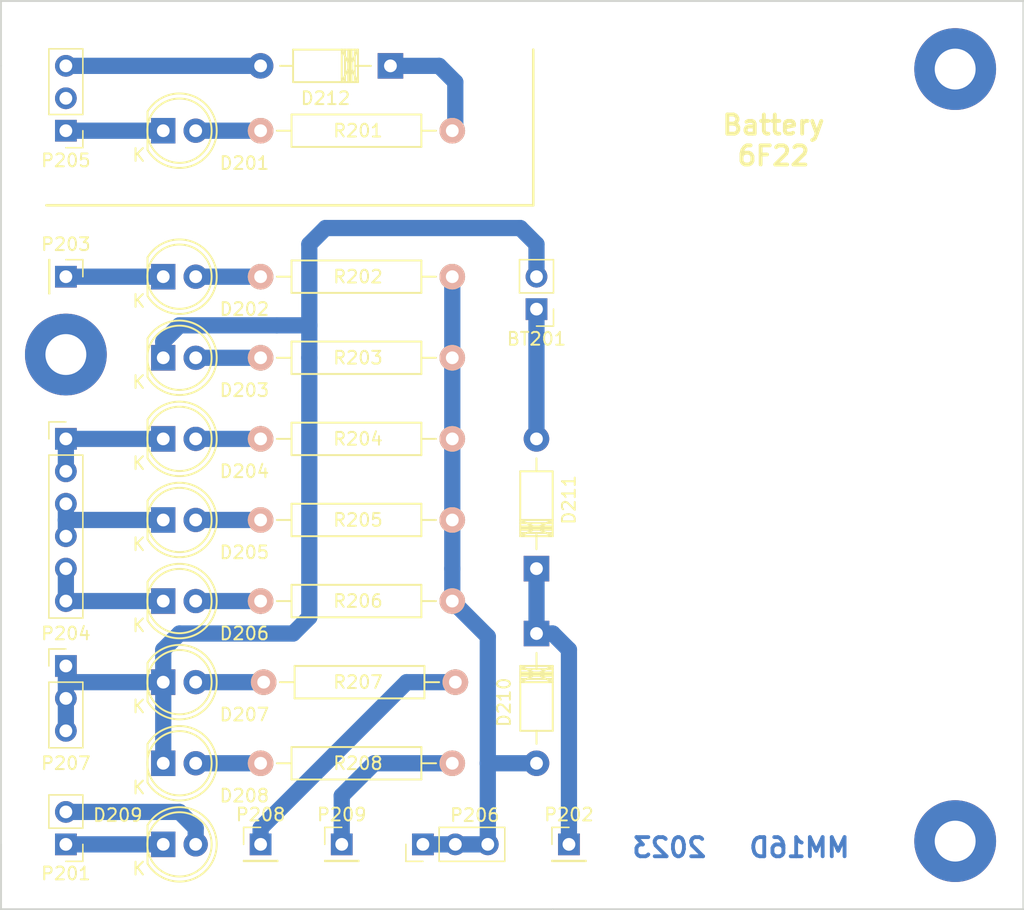
<source format=kicad_pcb>
(kicad_pcb (version 20171130) (host pcbnew 5.1.9+dfsg1-1+deb11u1)

  (general
    (thickness 1.6)
    (drawings 11)
    (tracks 66)
    (zones 0)
    (modules 33)
    (nets 25)
  )

  (page A4)
  (title_block
    (title "MM16D Grow house control device")
    (date 2023-10-22)
    (rev 231022)
    (company "Pozsar Zsolt - http://www.pozsarzs.hu")
    (comment 1 "Display board")
  )

  (layers
    (0 F.Cu signal)
    (31 B.Cu signal)
    (32 B.Adhes user hide)
    (33 F.Adhes user hide)
    (34 B.Paste user hide)
    (35 F.Paste user hide)
    (36 B.SilkS user hide)
    (37 F.SilkS user)
    (38 B.Mask user hide)
    (39 F.Mask user hide)
    (40 Dwgs.User user hide)
    (41 Cmts.User user hide)
    (42 Eco1.User user hide)
    (43 Eco2.User user hide)
    (44 Edge.Cuts user)
    (45 Margin user hide)
    (46 B.CrtYd user hide)
    (47 F.CrtYd user hide)
    (48 B.Fab user hide)
    (49 F.Fab user hide)
  )

  (setup
    (last_trace_width 0.25)
    (user_trace_width 1.27)
    (trace_clearance 0.2)
    (zone_clearance 0.508)
    (zone_45_only no)
    (trace_min 0.2)
    (via_size 0.6)
    (via_drill 0.4)
    (via_min_size 0.4)
    (via_min_drill 0.3)
    (uvia_size 0.3)
    (uvia_drill 0.1)
    (uvias_allowed no)
    (uvia_min_size 0.2)
    (uvia_min_drill 0.1)
    (edge_width 0.15)
    (segment_width 0.2)
    (pcb_text_width 0.3)
    (pcb_text_size 1.5 1.5)
    (mod_edge_width 0.15)
    (mod_text_size 0.000001 0.000001)
    (mod_text_width 0.15)
    (pad_size 1.99898 1.99898)
    (pad_drill 1.00076)
    (pad_to_mask_clearance 0.2)
    (aux_axis_origin 0 0)
    (visible_elements 7FFFFFFF)
    (pcbplotparams
      (layerselection 0x01060_fffffffe)
      (usegerberextensions false)
      (usegerberattributes true)
      (usegerberadvancedattributes true)
      (creategerberjobfile true)
      (excludeedgelayer false)
      (linewidth 0.100000)
      (plotframeref false)
      (viasonmask false)
      (mode 1)
      (useauxorigin false)
      (hpglpennumber 1)
      (hpglpenspeed 20)
      (hpglpendiameter 15.000000)
      (psnegative false)
      (psa4output false)
      (plotreference true)
      (plotvalue false)
      (plotinvisibletext false)
      (padsonsilk false)
      (subtractmaskfromsilk false)
      (outputformat 1)
      (mirror false)
      (drillshape 0)
      (scaleselection 1)
      (outputdirectory ""))
  )

  (net 0 "")
  (net 1 "Net-(BT201-Pad1)")
  (net 2 "Net-(BT201-Pad2)")
  (net 3 "Net-(D201-Pad1)")
  (net 4 "Net-(D201-Pad2)")
  (net 5 "Net-(D202-Pad1)")
  (net 6 "Net-(D202-Pad2)")
  (net 7 "Net-(D203-Pad2)")
  (net 8 "Net-(D204-Pad1)")
  (net 9 "Net-(D204-Pad2)")
  (net 10 "Net-(D205-Pad1)")
  (net 11 "Net-(D205-Pad2)")
  (net 12 "Net-(D206-Pad1)")
  (net 13 "Net-(D206-Pad2)")
  (net 14 "Net-(D207-Pad2)")
  (net 15 "Net-(D208-Pad2)")
  (net 16 "Net-(D209-Pad1)")
  (net 17 "Net-(D209-Pad2)")
  (net 18 /+12V)
  (net 19 "Net-(D210-Pad1)")
  (net 20 "Net-(D212-Pad2)")
  (net 21 "Net-(D212-Pad1)")
  (net 22 "Net-(P208-Pad1)")
  (net 23 "Net-(P209-Pad1)")
  (net 24 "Net-(P205-Pad2)")

  (net_class Default "This is the default net class."
    (clearance 0.2)
    (trace_width 0.25)
    (via_dia 0.6)
    (via_drill 0.4)
    (uvia_dia 0.3)
    (uvia_drill 0.1)
    (add_net /+12V)
    (add_net "Net-(BT201-Pad1)")
    (add_net "Net-(BT201-Pad2)")
    (add_net "Net-(D201-Pad1)")
    (add_net "Net-(D201-Pad2)")
    (add_net "Net-(D202-Pad1)")
    (add_net "Net-(D202-Pad2)")
    (add_net "Net-(D203-Pad2)")
    (add_net "Net-(D204-Pad1)")
    (add_net "Net-(D204-Pad2)")
    (add_net "Net-(D205-Pad1)")
    (add_net "Net-(D205-Pad2)")
    (add_net "Net-(D206-Pad1)")
    (add_net "Net-(D206-Pad2)")
    (add_net "Net-(D207-Pad2)")
    (add_net "Net-(D208-Pad2)")
    (add_net "Net-(D209-Pad1)")
    (add_net "Net-(D209-Pad2)")
    (add_net "Net-(D210-Pad1)")
    (add_net "Net-(D212-Pad1)")
    (add_net "Net-(D212-Pad2)")
    (add_net "Net-(P205-Pad2)")
    (add_net "Net-(P208-Pad1)")
    (add_net "Net-(P209-Pad1)")
  )

  (module Mounting_Holes:MountingHole_3.2mm_M3_Pad (layer F.Cu) (tedit 5F96DD4E) (tstamp 5F9703F6)
    (at 179.832 63.5)
    (descr "Mounting Hole 3.2mm, M3")
    (tags "mounting hole 3.2mm m3")
    (fp_text reference REF** (at 0 -4.2) (layer F.SilkS) hide
      (effects (font (size 1 1) (thickness 0.15)))
    )
    (fp_text value MountingHole_3.2mm_M3_Pad (at -14.224 -4.064) (layer F.Fab) hide
      (effects (font (size 1 1) (thickness 0.15)))
    )
    (fp_circle (center 0 0) (end 3.45 0) (layer F.CrtYd) (width 0.05))
    (fp_circle (center 0 0) (end 3.2 0) (layer Cmts.User) (width 0.15))
    (pad 1 thru_hole circle (at 0 0) (size 6.4 6.4) (drill 3.2) (layers *.Cu *.Mask))
  )

  (module LEDs:LED-5MM (layer F.Cu) (tedit 5F969E15) (tstamp 5F9697D7)
    (at 117.856 68.326)
    (descr "LED 5mm round vertical")
    (tags "LED 5mm round vertical")
    (path /5F1AF03C)
    (fp_text reference D201 (at 6.35 2.54) (layer F.SilkS)
      (effects (font (size 1 1) (thickness 0.15)))
    )
    (fp_text value white (at 1.524 -3.937) (layer F.Fab) hide
      (effects (font (size 1 1) (thickness 0.15)))
    )
    (fp_circle (center 1.27 0) (end 0.97 -2.5) (layer F.SilkS) (width 0.15))
    (fp_line (start -1.23 1.5) (end -1.23 -1.5) (layer F.SilkS) (width 0.15))
    (fp_line (start -1.5 -1.55) (end -1.5 1.55) (layer F.CrtYd) (width 0.05))
    (fp_arc (start 1.3 0) (end -1.5 1.55) (angle -302) (layer F.CrtYd) (width 0.05))
    (fp_arc (start 1.27 0) (end -1.23 -1.5) (angle 297.5) (layer F.SilkS) (width 0.15))
    (fp_text user K (at -1.905 1.905) (layer F.SilkS)
      (effects (font (size 1 1) (thickness 0.15)))
    )
    (pad 1 thru_hole rect (at 0 0 90) (size 2 1.9) (drill 1.00076) (layers *.Cu *.Mask)
      (net 3 "Net-(D201-Pad1)"))
    (pad 2 thru_hole circle (at 2.54 0) (size 1.9 1.9) (drill 1.00076) (layers *.Cu *.Mask)
      (net 4 "Net-(D201-Pad2)"))
    (model LEDs.3dshapes/LED-5MM.wrl
      (offset (xyz 1.269999980926514 0 0))
      (scale (xyz 1 1 1))
      (rotate (xyz 0 0 90))
    )
  )

  (module LEDs:LED-5MM (layer F.Cu) (tedit 5F969E00) (tstamp 5F9697DD)
    (at 117.856 79.756)
    (descr "LED 5mm round vertical")
    (tags "LED 5mm round vertical")
    (path /5F7F615E)
    (fp_text reference D202 (at 6.35 2.54) (layer F.SilkS)
      (effects (font (size 1 1) (thickness 0.15)))
    )
    (fp_text value red (at 1.524 -3.937) (layer F.Fab) hide
      (effects (font (size 1 1) (thickness 0.15)))
    )
    (fp_circle (center 1.27 0) (end 0.97 -2.5) (layer F.SilkS) (width 0.15))
    (fp_line (start -1.23 1.5) (end -1.23 -1.5) (layer F.SilkS) (width 0.15))
    (fp_line (start -1.5 -1.55) (end -1.5 1.55) (layer F.CrtYd) (width 0.05))
    (fp_arc (start 1.3 0) (end -1.5 1.55) (angle -302) (layer F.CrtYd) (width 0.05))
    (fp_arc (start 1.27 0) (end -1.23 -1.5) (angle 297.5) (layer F.SilkS) (width 0.15))
    (fp_text user K (at -1.905 1.905) (layer F.SilkS)
      (effects (font (size 1 1) (thickness 0.15)))
    )
    (pad 1 thru_hole rect (at 0 0 90) (size 2 1.9) (drill 1.00076) (layers *.Cu *.Mask)
      (net 5 "Net-(D202-Pad1)"))
    (pad 2 thru_hole circle (at 2.54 0) (size 1.9 1.9) (drill 1.00076) (layers *.Cu *.Mask)
      (net 6 "Net-(D202-Pad2)"))
    (model LEDs.3dshapes/LED-5MM.wrl
      (offset (xyz 1.269999980926514 0 0))
      (scale (xyz 1 1 1))
      (rotate (xyz 0 0 90))
    )
  )

  (module LEDs:LED-5MM (layer F.Cu) (tedit 5F969E06) (tstamp 5F9697E3)
    (at 117.856 86.106)
    (descr "LED 5mm round vertical")
    (tags "LED 5mm round vertical")
    (path /5F1C1910)
    (fp_text reference D203 (at 6.35 2.54) (layer F.SilkS)
      (effects (font (size 1 1) (thickness 0.15)))
    )
    (fp_text value white (at 1.524 -3.937) (layer F.Fab) hide
      (effects (font (size 1 1) (thickness 0.15)))
    )
    (fp_circle (center 1.27 0) (end 0.97 -2.5) (layer F.SilkS) (width 0.15))
    (fp_line (start -1.23 1.5) (end -1.23 -1.5) (layer F.SilkS) (width 0.15))
    (fp_line (start -1.5 -1.55) (end -1.5 1.55) (layer F.CrtYd) (width 0.05))
    (fp_arc (start 1.3 0) (end -1.5 1.55) (angle -302) (layer F.CrtYd) (width 0.05))
    (fp_arc (start 1.27 0) (end -1.23 -1.5) (angle 297.5) (layer F.SilkS) (width 0.15))
    (fp_text user K (at -1.905 1.905) (layer F.SilkS)
      (effects (font (size 1 1) (thickness 0.15)))
    )
    (pad 1 thru_hole rect (at 0 0 90) (size 2 1.9) (drill 1.00076) (layers *.Cu *.Mask)
      (net 2 "Net-(BT201-Pad2)"))
    (pad 2 thru_hole circle (at 2.54 0) (size 1.9 1.9) (drill 1.00076) (layers *.Cu *.Mask)
      (net 7 "Net-(D203-Pad2)"))
    (model LEDs.3dshapes/LED-5MM.wrl
      (offset (xyz 1.269999980926514 0 0))
      (scale (xyz 1 1 1))
      (rotate (xyz 0 0 90))
    )
  )

  (module LEDs:LED-5MM (layer F.Cu) (tedit 5F969E0B) (tstamp 5F9697E9)
    (at 117.856 92.456)
    (descr "LED 5mm round vertical")
    (tags "LED 5mm round vertical")
    (path /5F7E9D43)
    (fp_text reference D204 (at 6.35 2.54) (layer F.SilkS)
      (effects (font (size 1 1) (thickness 0.15)))
    )
    (fp_text value green (at 1.524 -3.937) (layer F.Fab) hide
      (effects (font (size 1 1) (thickness 0.15)))
    )
    (fp_circle (center 1.27 0) (end 0.97 -2.5) (layer F.SilkS) (width 0.15))
    (fp_line (start -1.23 1.5) (end -1.23 -1.5) (layer F.SilkS) (width 0.15))
    (fp_line (start -1.5 -1.55) (end -1.5 1.55) (layer F.CrtYd) (width 0.05))
    (fp_arc (start 1.3 0) (end -1.5 1.55) (angle -302) (layer F.CrtYd) (width 0.05))
    (fp_arc (start 1.27 0) (end -1.23 -1.5) (angle 297.5) (layer F.SilkS) (width 0.15))
    (fp_text user K (at -1.905 1.905) (layer F.SilkS)
      (effects (font (size 1 1) (thickness 0.15)))
    )
    (pad 1 thru_hole rect (at 0 0 90) (size 2 1.9) (drill 1.00076) (layers *.Cu *.Mask)
      (net 8 "Net-(D204-Pad1)"))
    (pad 2 thru_hole circle (at 2.54 0) (size 1.9 1.9) (drill 1.00076) (layers *.Cu *.Mask)
      (net 9 "Net-(D204-Pad2)"))
    (model LEDs.3dshapes/LED-5MM.wrl
      (offset (xyz 1.269999980926514 0 0))
      (scale (xyz 1 1 1))
      (rotate (xyz 0 0 90))
    )
  )

  (module LEDs:LED-5MM (layer F.Cu) (tedit 5F969E42) (tstamp 5F9697EF)
    (at 117.856 98.806)
    (descr "LED 5mm round vertical")
    (tags "LED 5mm round vertical")
    (path /5F7E9BE9)
    (fp_text reference D205 (at 6.35 2.54) (layer F.SilkS)
      (effects (font (size 1 1) (thickness 0.15)))
    )
    (fp_text value green (at 1.524 -3.937) (layer F.Fab) hide
      (effects (font (size 1 1) (thickness 0.15)))
    )
    (fp_circle (center 1.27 0) (end 0.97 -2.5) (layer F.SilkS) (width 0.15))
    (fp_line (start -1.23 1.5) (end -1.23 -1.5) (layer F.SilkS) (width 0.15))
    (fp_line (start -1.5 -1.55) (end -1.5 1.55) (layer F.CrtYd) (width 0.05))
    (fp_arc (start 1.3 0) (end -1.5 1.55) (angle -302) (layer F.CrtYd) (width 0.05))
    (fp_arc (start 1.27 0) (end -1.23 -1.5) (angle 297.5) (layer F.SilkS) (width 0.15))
    (fp_text user K (at -1.905 1.905) (layer F.SilkS)
      (effects (font (size 1 1) (thickness 0.15)))
    )
    (pad 1 thru_hole rect (at 0 0 90) (size 2 1.9) (drill 1.00076) (layers *.Cu *.Mask)
      (net 10 "Net-(D205-Pad1)"))
    (pad 2 thru_hole circle (at 2.54 0) (size 1.9 1.9) (drill 1.00076) (layers *.Cu *.Mask)
      (net 11 "Net-(D205-Pad2)"))
    (model LEDs.3dshapes/LED-5MM.wrl
      (offset (xyz 1.269999980926514 0 0))
      (scale (xyz 1 1 1))
      (rotate (xyz 0 0 90))
    )
  )

  (module LEDs:LED-5MM (layer F.Cu) (tedit 5F969E46) (tstamp 5F9697F5)
    (at 117.856 105.156)
    (descr "LED 5mm round vertical")
    (tags "LED 5mm round vertical")
    (path /5F7E9A8F)
    (fp_text reference D206 (at 6.35 2.54) (layer F.SilkS)
      (effects (font (size 1 1) (thickness 0.15)))
    )
    (fp_text value green (at 1.524 -3.937) (layer F.Fab) hide
      (effects (font (size 1 1) (thickness 0.15)))
    )
    (fp_circle (center 1.27 0) (end 0.97 -2.5) (layer F.SilkS) (width 0.15))
    (fp_line (start -1.23 1.5) (end -1.23 -1.5) (layer F.SilkS) (width 0.15))
    (fp_line (start -1.5 -1.55) (end -1.5 1.55) (layer F.CrtYd) (width 0.05))
    (fp_arc (start 1.3 0) (end -1.5 1.55) (angle -302) (layer F.CrtYd) (width 0.05))
    (fp_arc (start 1.27 0) (end -1.23 -1.5) (angle 297.5) (layer F.SilkS) (width 0.15))
    (fp_text user K (at -1.905 1.905) (layer F.SilkS)
      (effects (font (size 1 1) (thickness 0.15)))
    )
    (pad 1 thru_hole rect (at 0 0 90) (size 2 1.9) (drill 1.00076) (layers *.Cu *.Mask)
      (net 12 "Net-(D206-Pad1)"))
    (pad 2 thru_hole circle (at 2.54 0) (size 1.9 1.9) (drill 1.00076) (layers *.Cu *.Mask)
      (net 13 "Net-(D206-Pad2)"))
    (model LEDs.3dshapes/LED-5MM.wrl
      (offset (xyz 1.269999980926514 0 0))
      (scale (xyz 1 1 1))
      (rotate (xyz 0 0 90))
    )
  )

  (module LEDs:LED-5MM (layer F.Cu) (tedit 5F969E4E) (tstamp 5F9697FB)
    (at 117.856 111.506)
    (descr "LED 5mm round vertical")
    (tags "LED 5mm round vertical")
    (path /5F1BBBBC)
    (fp_text reference D207 (at 6.35 2.54) (layer F.SilkS)
      (effects (font (size 1 1) (thickness 0.15)))
    )
    (fp_text value red (at 1.524 -3.937) (layer F.Fab) hide
      (effects (font (size 1 1) (thickness 0.15)))
    )
    (fp_circle (center 1.27 0) (end 0.97 -2.5) (layer F.SilkS) (width 0.15))
    (fp_line (start -1.23 1.5) (end -1.23 -1.5) (layer F.SilkS) (width 0.15))
    (fp_line (start -1.5 -1.55) (end -1.5 1.55) (layer F.CrtYd) (width 0.05))
    (fp_arc (start 1.3 0) (end -1.5 1.55) (angle -302) (layer F.CrtYd) (width 0.05))
    (fp_arc (start 1.27 0) (end -1.23 -1.5) (angle 297.5) (layer F.SilkS) (width 0.15))
    (fp_text user K (at -1.905 1.905) (layer F.SilkS)
      (effects (font (size 1 1) (thickness 0.15)))
    )
    (pad 1 thru_hole rect (at 0 0 90) (size 2 1.9) (drill 1.00076) (layers *.Cu *.Mask)
      (net 2 "Net-(BT201-Pad2)"))
    (pad 2 thru_hole circle (at 2.54 0) (size 1.9 1.9) (drill 1.00076) (layers *.Cu *.Mask)
      (net 14 "Net-(D207-Pad2)"))
    (model LEDs.3dshapes/LED-5MM.wrl
      (offset (xyz 1.269999980926514 0 0))
      (scale (xyz 1 1 1))
      (rotate (xyz 0 0 90))
    )
  )

  (module LEDs:LED-5MM (layer F.Cu) (tedit 5F969E52) (tstamp 5F969801)
    (at 117.856 117.856)
    (descr "LED 5mm round vertical")
    (tags "LED 5mm round vertical")
    (path /5F1C6BFD)
    (fp_text reference D208 (at 6.35 2.54) (layer F.SilkS)
      (effects (font (size 1 1) (thickness 0.15)))
    )
    (fp_text value yellow (at 1.524 -3.937) (layer F.Fab) hide
      (effects (font (size 1 1) (thickness 0.15)))
    )
    (fp_circle (center 1.27 0) (end 0.97 -2.5) (layer F.SilkS) (width 0.15))
    (fp_line (start -1.23 1.5) (end -1.23 -1.5) (layer F.SilkS) (width 0.15))
    (fp_line (start -1.5 -1.55) (end -1.5 1.55) (layer F.CrtYd) (width 0.05))
    (fp_arc (start 1.3 0) (end -1.5 1.55) (angle -302) (layer F.CrtYd) (width 0.05))
    (fp_arc (start 1.27 0) (end -1.23 -1.5) (angle 297.5) (layer F.SilkS) (width 0.15))
    (fp_text user K (at -1.905 1.905) (layer F.SilkS)
      (effects (font (size 1 1) (thickness 0.15)))
    )
    (pad 1 thru_hole rect (at 0 0 90) (size 2 1.9) (drill 1.00076) (layers *.Cu *.Mask)
      (net 2 "Net-(BT201-Pad2)"))
    (pad 2 thru_hole circle (at 2.54 0) (size 1.9 1.9) (drill 1.00076) (layers *.Cu *.Mask)
      (net 15 "Net-(D208-Pad2)"))
    (model LEDs.3dshapes/LED-5MM.wrl
      (offset (xyz 1.269999980926514 0 0))
      (scale (xyz 1 1 1))
      (rotate (xyz 0 0 90))
    )
  )

  (module LEDs:LED-5MM (layer F.Cu) (tedit 5F96B162) (tstamp 5F969807)
    (at 117.856 124.206)
    (descr "LED 5mm round vertical")
    (tags "LED 5mm round vertical")
    (path /5F81AC4E)
    (fp_text reference D209 (at -3.556 -2.286) (layer F.SilkS)
      (effects (font (size 1 1) (thickness 0.15)))
    )
    (fp_text value blue (at 1.524 -3.937) (layer F.Fab) hide
      (effects (font (size 1 1) (thickness 0.15)))
    )
    (fp_circle (center 1.27 0) (end 0.97 -2.5) (layer F.SilkS) (width 0.15))
    (fp_line (start -1.23 1.5) (end -1.23 -1.5) (layer F.SilkS) (width 0.15))
    (fp_line (start -1.5 -1.55) (end -1.5 1.55) (layer F.CrtYd) (width 0.05))
    (fp_arc (start 1.3 0) (end -1.5 1.55) (angle -302) (layer F.CrtYd) (width 0.05))
    (fp_arc (start 1.27 0) (end -1.23 -1.5) (angle 297.5) (layer F.SilkS) (width 0.15))
    (fp_text user K (at -1.905 1.905) (layer F.SilkS)
      (effects (font (size 1 1) (thickness 0.15)))
    )
    (pad 1 thru_hole rect (at 0 0 90) (size 2 1.9) (drill 1.00076) (layers *.Cu *.Mask)
      (net 16 "Net-(D209-Pad1)"))
    (pad 2 thru_hole circle (at 2.54 0) (size 1.9 1.9) (drill 1.00076) (layers *.Cu *.Mask)
      (net 17 "Net-(D209-Pad2)"))
    (model LEDs.3dshapes/LED-5MM.wrl
      (offset (xyz 1.269999980926514 0 0))
      (scale (xyz 1 1 1))
      (rotate (xyz 0 0 90))
    )
  )

  (module Diodes_THT:Diode_DO-41_SOD81_Horizontal_RM10 (layer F.Cu) (tedit 5F96BAF7) (tstamp 5F96980D)
    (at 147.066 107.696 270)
    (descr "Diode, DO-41, SOD81, Horizontal, RM 10mm,")
    (tags "Diode, DO-41, SOD81, Horizontal, RM 10mm, 1N4007, SB140,")
    (path /5F1CC812)
    (fp_text reference D210 (at 5.38734 2.53746 270) (layer F.SilkS)
      (effects (font (size 1 1) (thickness 0.15)))
    )
    (fp_text value 1N4001 (at 5.08 -2.286 270) (layer F.Fab) hide
      (effects (font (size 1 1) (thickness 0.15)))
    )
    (fp_line (start 7.62 1.26746) (end 2.54 1.26746) (layer F.SilkS) (width 0.15))
    (fp_line (start 7.62 -1.27254) (end 7.62 1.26746) (layer F.SilkS) (width 0.15))
    (fp_line (start 2.54 -1.27254) (end 7.62 -1.27254) (layer F.SilkS) (width 0.15))
    (fp_line (start 2.54 1.26746) (end 2.54 -1.27254) (layer F.SilkS) (width 0.15))
    (fp_line (start 3.175 -1.27254) (end 3.175 1.26746) (layer F.SilkS) (width 0.15))
    (fp_line (start 3.81 -1.27254) (end 3.81 1.26746) (layer F.SilkS) (width 0.15))
    (fp_line (start 2.54 -1.27254) (end 3.81 1.26746) (layer F.SilkS) (width 0.15))
    (fp_line (start 3.81 -1.27254) (end 2.54 1.26746) (layer F.SilkS) (width 0.15))
    (fp_line (start 2.794 -1.27254) (end 2.794 1.26746) (layer F.SilkS) (width 0.15))
    (fp_line (start 3.556 -1.27254) (end 3.556 1.26746) (layer F.SilkS) (width 0.15))
    (fp_line (start 3.302 -1.27254) (end 3.302 1.26746) (layer F.SilkS) (width 0.15))
    (fp_line (start 3.048 -1.27254) (end 3.048 1.26746) (layer F.SilkS) (width 0.15))
    (fp_line (start 2.794 -0.00254) (end 1.524 -0.00254) (layer F.SilkS) (width 0.15))
    (fp_line (start 7.62 -0.00254) (end 8.636 -0.00254) (layer F.SilkS) (width 0.15))
    (pad 2 thru_hole circle (at 10.16 -0.00254 90) (size 1.99898 1.99898) (drill 1.00076) (layers *.Cu *.Mask)
      (net 18 /+12V))
    (pad 1 thru_hole rect (at 0 -0.00254 90) (size 1.99898 1.99898) (drill 1.00076) (layers *.Cu *.Mask)
      (net 19 "Net-(D210-Pad1)"))
  )

  (module Diodes_THT:Diode_DO-41_SOD81_Horizontal_RM10 (layer F.Cu) (tedit 5F96BBB0) (tstamp 5F969813)
    (at 147.066 102.616 90)
    (descr "Diode, DO-41, SOD81, Horizontal, RM 10mm,")
    (tags "Diode, DO-41, SOD81, Horizontal, RM 10mm, 1N4007, SB140,")
    (path /5F1CC947)
    (fp_text reference D211 (at 5.38734 2.53746 90) (layer F.SilkS)
      (effects (font (size 1 1) (thickness 0.15)))
    )
    (fp_text value 1N4001 (at 5.588 -2.286 90) (layer F.Fab) hide
      (effects (font (size 1 1) (thickness 0.15)))
    )
    (fp_line (start 7.62 1.26746) (end 2.54 1.26746) (layer F.SilkS) (width 0.15))
    (fp_line (start 7.62 -1.27254) (end 7.62 1.26746) (layer F.SilkS) (width 0.15))
    (fp_line (start 2.54 -1.27254) (end 7.62 -1.27254) (layer F.SilkS) (width 0.15))
    (fp_line (start 2.54 1.26746) (end 2.54 -1.27254) (layer F.SilkS) (width 0.15))
    (fp_line (start 3.175 -1.27254) (end 3.175 1.26746) (layer F.SilkS) (width 0.15))
    (fp_line (start 3.81 -1.27254) (end 3.81 1.26746) (layer F.SilkS) (width 0.15))
    (fp_line (start 2.54 -1.27254) (end 3.81 1.26746) (layer F.SilkS) (width 0.15))
    (fp_line (start 3.81 -1.27254) (end 2.54 1.26746) (layer F.SilkS) (width 0.15))
    (fp_line (start 2.794 -1.27254) (end 2.794 1.26746) (layer F.SilkS) (width 0.15))
    (fp_line (start 3.556 -1.27254) (end 3.556 1.26746) (layer F.SilkS) (width 0.15))
    (fp_line (start 3.302 -1.27254) (end 3.302 1.26746) (layer F.SilkS) (width 0.15))
    (fp_line (start 3.048 -1.27254) (end 3.048 1.26746) (layer F.SilkS) (width 0.15))
    (fp_line (start 2.794 -0.00254) (end 1.524 -0.00254) (layer F.SilkS) (width 0.15))
    (fp_line (start 7.62 -0.00254) (end 8.636 -0.00254) (layer F.SilkS) (width 0.15))
    (pad 2 thru_hole circle (at 10.16 -0.00254 270) (size 1.99898 1.99898) (drill 1.00076) (layers *.Cu *.Mask)
      (net 1 "Net-(BT201-Pad1)"))
    (pad 1 thru_hole rect (at 0 -0.00254 270) (size 1.99898 1.99898) (drill 1.00076) (layers *.Cu *.Mask)
      (net 19 "Net-(D210-Pad1)"))
  )

  (module Diodes_THT:Diode_DO-41_SOD81_Horizontal_RM10 (layer F.Cu) (tedit 5F96BBA8) (tstamp 5F969819)
    (at 135.636 63.246 180)
    (descr "Diode, DO-41, SOD81, Horizontal, RM 10mm,")
    (tags "Diode, DO-41, SOD81, Horizontal, RM 10mm, 1N4007, SB140,")
    (path /5F1AEFFD)
    (fp_text reference D212 (at 5.08 -2.54 180) (layer F.SilkS)
      (effects (font (size 1 1) (thickness 0.15)))
    )
    (fp_text value 1N4007 (at 5.08 2.54 180) (layer F.Fab) hide
      (effects (font (size 1 1) (thickness 0.15)))
    )
    (fp_line (start 7.62 1.26746) (end 2.54 1.26746) (layer F.SilkS) (width 0.15))
    (fp_line (start 7.62 -1.27254) (end 7.62 1.26746) (layer F.SilkS) (width 0.15))
    (fp_line (start 2.54 -1.27254) (end 7.62 -1.27254) (layer F.SilkS) (width 0.15))
    (fp_line (start 2.54 1.26746) (end 2.54 -1.27254) (layer F.SilkS) (width 0.15))
    (fp_line (start 3.175 -1.27254) (end 3.175 1.26746) (layer F.SilkS) (width 0.15))
    (fp_line (start 3.81 -1.27254) (end 3.81 1.26746) (layer F.SilkS) (width 0.15))
    (fp_line (start 2.54 -1.27254) (end 3.81 1.26746) (layer F.SilkS) (width 0.15))
    (fp_line (start 3.81 -1.27254) (end 2.54 1.26746) (layer F.SilkS) (width 0.15))
    (fp_line (start 2.794 -1.27254) (end 2.794 1.26746) (layer F.SilkS) (width 0.15))
    (fp_line (start 3.556 -1.27254) (end 3.556 1.26746) (layer F.SilkS) (width 0.15))
    (fp_line (start 3.302 -1.27254) (end 3.302 1.26746) (layer F.SilkS) (width 0.15))
    (fp_line (start 3.048 -1.27254) (end 3.048 1.26746) (layer F.SilkS) (width 0.15))
    (fp_line (start 2.794 -0.00254) (end 1.524 -0.00254) (layer F.SilkS) (width 0.15))
    (fp_line (start 7.62 -0.00254) (end 8.636 -0.00254) (layer F.SilkS) (width 0.15))
    (pad 2 thru_hole circle (at 10.16 -0.00254) (size 1.99898 1.99898) (drill 1.00076) (layers *.Cu *.Mask)
      (net 20 "Net-(D212-Pad2)"))
    (pad 1 thru_hole rect (at 0 -0.00254) (size 1.99898 1.99898) (drill 1.00076) (layers *.Cu *.Mask)
      (net 21 "Net-(D212-Pad1)"))
  )

  (module Resistors_THT:Resistor_Horizontal_RM15mm (layer F.Cu) (tedit 5F969E1B) (tstamp 5F969857)
    (at 125.476 68.326)
    (descr "Resistor, Axial, RM 15mm,")
    (tags "Resistor Axial RM 15mm")
    (path /5F1AEEAF)
    (fp_text reference R201 (at 7.62 0) (layer F.SilkS)
      (effects (font (size 1 1) (thickness 0.15)))
    )
    (fp_text value 220k (at 7.62 2.54) (layer F.Fab) hide
      (effects (font (size 1 1) (thickness 0.15)))
    )
    (fp_line (start 1.27 0) (end 2.42 0) (layer F.SilkS) (width 0.15))
    (fp_line (start 13.73 0) (end 12.58 0) (layer F.SilkS) (width 0.15))
    (fp_line (start 12.58 -1.27) (end 2.42 -1.27) (layer F.SilkS) (width 0.15))
    (fp_line (start 12.58 1.27) (end 12.58 -1.27) (layer F.SilkS) (width 0.15))
    (fp_line (start 2.42 1.27) (end 12.58 1.27) (layer F.SilkS) (width 0.15))
    (fp_line (start 2.42 -1.27) (end 2.42 1.27) (layer F.SilkS) (width 0.15))
    (fp_line (start 16.25 1.5) (end -1.25 1.5) (layer F.CrtYd) (width 0.05))
    (fp_line (start 16.25 -1.5) (end 16.25 1.5) (layer F.CrtYd) (width 0.05))
    (fp_line (start -1.25 -1.5) (end 16.25 -1.5) (layer F.CrtYd) (width 0.05))
    (fp_line (start -1.25 1.5) (end -1.25 -1.5) (layer F.CrtYd) (width 0.05))
    (pad 1 thru_hole circle (at 0 0) (size 1.99898 1.99898) (drill 1.00076) (layers *.Cu *.SilkS *.Mask)
      (net 4 "Net-(D201-Pad2)"))
    (pad 2 thru_hole circle (at 15 0) (size 1.99898 1.99898) (drill 1.00076) (layers *.Cu *.SilkS *.Mask)
      (net 21 "Net-(D212-Pad1)"))
    (model Resistors_ThroughHole.3dshapes/Resistor_Horizontal_RM15mm.wrl
      (offset (xyz 7.49299988746643 0 0))
      (scale (xyz 0.395 0.4 0.4))
      (rotate (xyz 0 0 0))
    )
  )

  (module Resistors_THT:Resistor_Horizontal_RM15mm (layer F.Cu) (tedit 5F969A4B) (tstamp 5F96985D)
    (at 125.476 79.756)
    (descr "Resistor, Axial, RM 15mm,")
    (tags "Resistor Axial RM 15mm")
    (path /5F7F6998)
    (fp_text reference R202 (at 7.62 0) (layer F.SilkS)
      (effects (font (size 1 1) (thickness 0.15)))
    )
    (fp_text value 9.1k (at 7.62 2.54) (layer F.Fab) hide
      (effects (font (size 1 1) (thickness 0.15)))
    )
    (fp_line (start 1.27 0) (end 2.42 0) (layer F.SilkS) (width 0.15))
    (fp_line (start 13.73 0) (end 12.58 0) (layer F.SilkS) (width 0.15))
    (fp_line (start 12.58 -1.27) (end 2.42 -1.27) (layer F.SilkS) (width 0.15))
    (fp_line (start 12.58 1.27) (end 12.58 -1.27) (layer F.SilkS) (width 0.15))
    (fp_line (start 2.42 1.27) (end 12.58 1.27) (layer F.SilkS) (width 0.15))
    (fp_line (start 2.42 -1.27) (end 2.42 1.27) (layer F.SilkS) (width 0.15))
    (fp_line (start 16.25 1.5) (end -1.25 1.5) (layer F.CrtYd) (width 0.05))
    (fp_line (start 16.25 -1.5) (end 16.25 1.5) (layer F.CrtYd) (width 0.05))
    (fp_line (start -1.25 -1.5) (end 16.25 -1.5) (layer F.CrtYd) (width 0.05))
    (fp_line (start -1.25 1.5) (end -1.25 -1.5) (layer F.CrtYd) (width 0.05))
    (pad 1 thru_hole circle (at 0 0) (size 1.99898 1.99898) (drill 1.00076) (layers *.Cu *.SilkS *.Mask)
      (net 6 "Net-(D202-Pad2)"))
    (pad 2 thru_hole circle (at 15 0) (size 1.99898 1.99898) (drill 1.00076) (layers *.Cu *.SilkS *.Mask)
      (net 18 /+12V))
    (model Resistors_ThroughHole.3dshapes/Resistor_Horizontal_RM15mm.wrl
      (offset (xyz 7.49299988746643 0 0))
      (scale (xyz 0.395 0.4 0.4))
      (rotate (xyz 0 0 0))
    )
  )

  (module Resistors_THT:Resistor_Horizontal_RM15mm (layer F.Cu) (tedit 5F969A4C) (tstamp 5F969863)
    (at 125.476 86.106)
    (descr "Resistor, Axial, RM 15mm,")
    (tags "Resistor Axial RM 15mm")
    (path /5F1C190A)
    (fp_text reference R203 (at 7.62 0) (layer F.SilkS)
      (effects (font (size 1 1) (thickness 0.15)))
    )
    (fp_text value 9.1k (at 7.62 2.54) (layer F.Fab) hide
      (effects (font (size 1 1) (thickness 0.15)))
    )
    (fp_line (start 1.27 0) (end 2.42 0) (layer F.SilkS) (width 0.15))
    (fp_line (start 13.73 0) (end 12.58 0) (layer F.SilkS) (width 0.15))
    (fp_line (start 12.58 -1.27) (end 2.42 -1.27) (layer F.SilkS) (width 0.15))
    (fp_line (start 12.58 1.27) (end 12.58 -1.27) (layer F.SilkS) (width 0.15))
    (fp_line (start 2.42 1.27) (end 12.58 1.27) (layer F.SilkS) (width 0.15))
    (fp_line (start 2.42 -1.27) (end 2.42 1.27) (layer F.SilkS) (width 0.15))
    (fp_line (start 16.25 1.5) (end -1.25 1.5) (layer F.CrtYd) (width 0.05))
    (fp_line (start 16.25 -1.5) (end 16.25 1.5) (layer F.CrtYd) (width 0.05))
    (fp_line (start -1.25 -1.5) (end 16.25 -1.5) (layer F.CrtYd) (width 0.05))
    (fp_line (start -1.25 1.5) (end -1.25 -1.5) (layer F.CrtYd) (width 0.05))
    (pad 1 thru_hole circle (at 0 0) (size 1.99898 1.99898) (drill 1.00076) (layers *.Cu *.SilkS *.Mask)
      (net 7 "Net-(D203-Pad2)"))
    (pad 2 thru_hole circle (at 15 0) (size 1.99898 1.99898) (drill 1.00076) (layers *.Cu *.SilkS *.Mask)
      (net 18 /+12V))
    (model Resistors_ThroughHole.3dshapes/Resistor_Horizontal_RM15mm.wrl
      (offset (xyz 7.49299988746643 0 0))
      (scale (xyz 0.395 0.4 0.4))
      (rotate (xyz 0 0 0))
    )
  )

  (module Resistors_THT:Resistor_Horizontal_RM15mm (layer F.Cu) (tedit 5F969A4E) (tstamp 5F969869)
    (at 125.476 92.456)
    (descr "Resistor, Axial, RM 15mm,")
    (tags "Resistor Axial RM 15mm")
    (path /5F7E9D3D)
    (fp_text reference R204 (at 7.62 0) (layer F.SilkS)
      (effects (font (size 1 1) (thickness 0.15)))
    )
    (fp_text value 9.1k (at 7.62 2.54) (layer F.Fab) hide
      (effects (font (size 1 1) (thickness 0.15)))
    )
    (fp_line (start 1.27 0) (end 2.42 0) (layer F.SilkS) (width 0.15))
    (fp_line (start 13.73 0) (end 12.58 0) (layer F.SilkS) (width 0.15))
    (fp_line (start 12.58 -1.27) (end 2.42 -1.27) (layer F.SilkS) (width 0.15))
    (fp_line (start 12.58 1.27) (end 12.58 -1.27) (layer F.SilkS) (width 0.15))
    (fp_line (start 2.42 1.27) (end 12.58 1.27) (layer F.SilkS) (width 0.15))
    (fp_line (start 2.42 -1.27) (end 2.42 1.27) (layer F.SilkS) (width 0.15))
    (fp_line (start 16.25 1.5) (end -1.25 1.5) (layer F.CrtYd) (width 0.05))
    (fp_line (start 16.25 -1.5) (end 16.25 1.5) (layer F.CrtYd) (width 0.05))
    (fp_line (start -1.25 -1.5) (end 16.25 -1.5) (layer F.CrtYd) (width 0.05))
    (fp_line (start -1.25 1.5) (end -1.25 -1.5) (layer F.CrtYd) (width 0.05))
    (pad 1 thru_hole circle (at 0 0) (size 1.99898 1.99898) (drill 1.00076) (layers *.Cu *.SilkS *.Mask)
      (net 9 "Net-(D204-Pad2)"))
    (pad 2 thru_hole circle (at 15 0) (size 1.99898 1.99898) (drill 1.00076) (layers *.Cu *.SilkS *.Mask)
      (net 18 /+12V))
    (model Resistors_ThroughHole.3dshapes/Resistor_Horizontal_RM15mm.wrl
      (offset (xyz 7.49299988746643 0 0))
      (scale (xyz 0.395 0.4 0.4))
      (rotate (xyz 0 0 0))
    )
  )

  (module Resistors_THT:Resistor_Horizontal_RM15mm (layer F.Cu) (tedit 5F969A63) (tstamp 5F96986F)
    (at 125.476 98.806)
    (descr "Resistor, Axial, RM 15mm,")
    (tags "Resistor Axial RM 15mm")
    (path /5F7E9BE3)
    (fp_text reference R205 (at 7.62 0) (layer F.SilkS)
      (effects (font (size 1 1) (thickness 0.15)))
    )
    (fp_text value 9.1k (at 7.62 2.54) (layer F.Fab) hide
      (effects (font (size 1 1) (thickness 0.15)))
    )
    (fp_line (start 1.27 0) (end 2.42 0) (layer F.SilkS) (width 0.15))
    (fp_line (start 13.73 0) (end 12.58 0) (layer F.SilkS) (width 0.15))
    (fp_line (start 12.58 -1.27) (end 2.42 -1.27) (layer F.SilkS) (width 0.15))
    (fp_line (start 12.58 1.27) (end 12.58 -1.27) (layer F.SilkS) (width 0.15))
    (fp_line (start 2.42 1.27) (end 12.58 1.27) (layer F.SilkS) (width 0.15))
    (fp_line (start 2.42 -1.27) (end 2.42 1.27) (layer F.SilkS) (width 0.15))
    (fp_line (start 16.25 1.5) (end -1.25 1.5) (layer F.CrtYd) (width 0.05))
    (fp_line (start 16.25 -1.5) (end 16.25 1.5) (layer F.CrtYd) (width 0.05))
    (fp_line (start -1.25 -1.5) (end 16.25 -1.5) (layer F.CrtYd) (width 0.05))
    (fp_line (start -1.25 1.5) (end -1.25 -1.5) (layer F.CrtYd) (width 0.05))
    (pad 1 thru_hole circle (at 0 0) (size 1.99898 1.99898) (drill 1.00076) (layers *.Cu *.SilkS *.Mask)
      (net 11 "Net-(D205-Pad2)"))
    (pad 2 thru_hole circle (at 15 0) (size 1.99898 1.99898) (drill 1.00076) (layers *.Cu *.SilkS *.Mask)
      (net 18 /+12V))
    (model Resistors_ThroughHole.3dshapes/Resistor_Horizontal_RM15mm.wrl
      (offset (xyz 7.49299988746643 0 0))
      (scale (xyz 0.395 0.4 0.4))
      (rotate (xyz 0 0 0))
    )
  )

  (module Resistors_THT:Resistor_Horizontal_RM15mm (layer F.Cu) (tedit 5F969A60) (tstamp 5F969875)
    (at 125.476 105.156)
    (descr "Resistor, Axial, RM 15mm,")
    (tags "Resistor Axial RM 15mm")
    (path /5F7E9A89)
    (fp_text reference R206 (at 7.62 0) (layer F.SilkS)
      (effects (font (size 1 1) (thickness 0.15)))
    )
    (fp_text value 9.1k (at 7.62 2.54) (layer F.Fab) hide
      (effects (font (size 1 1) (thickness 0.15)))
    )
    (fp_line (start 1.27 0) (end 2.42 0) (layer F.SilkS) (width 0.15))
    (fp_line (start 13.73 0) (end 12.58 0) (layer F.SilkS) (width 0.15))
    (fp_line (start 12.58 -1.27) (end 2.42 -1.27) (layer F.SilkS) (width 0.15))
    (fp_line (start 12.58 1.27) (end 12.58 -1.27) (layer F.SilkS) (width 0.15))
    (fp_line (start 2.42 1.27) (end 12.58 1.27) (layer F.SilkS) (width 0.15))
    (fp_line (start 2.42 -1.27) (end 2.42 1.27) (layer F.SilkS) (width 0.15))
    (fp_line (start 16.25 1.5) (end -1.25 1.5) (layer F.CrtYd) (width 0.05))
    (fp_line (start 16.25 -1.5) (end 16.25 1.5) (layer F.CrtYd) (width 0.05))
    (fp_line (start -1.25 -1.5) (end 16.25 -1.5) (layer F.CrtYd) (width 0.05))
    (fp_line (start -1.25 1.5) (end -1.25 -1.5) (layer F.CrtYd) (width 0.05))
    (pad 1 thru_hole circle (at 0 0) (size 1.99898 1.99898) (drill 1.00076) (layers *.Cu *.SilkS *.Mask)
      (net 13 "Net-(D206-Pad2)"))
    (pad 2 thru_hole circle (at 15 0) (size 1.99898 1.99898) (drill 1.00076) (layers *.Cu *.SilkS *.Mask)
      (net 18 /+12V))
    (model Resistors_ThroughHole.3dshapes/Resistor_Horizontal_RM15mm.wrl
      (offset (xyz 7.49299988746643 0 0))
      (scale (xyz 0.395 0.4 0.4))
      (rotate (xyz 0 0 0))
    )
  )

  (module Resistors_THT:Resistor_Horizontal_RM15mm (layer F.Cu) (tedit 5F969A5D) (tstamp 5F96987B)
    (at 140.716 111.506 180)
    (descr "Resistor, Axial, RM 15mm,")
    (tags "Resistor Axial RM 15mm")
    (path /5F1C6BF7)
    (fp_text reference R207 (at 7.62 0 180) (layer F.SilkS)
      (effects (font (size 1 1) (thickness 0.15)))
    )
    (fp_text value 9.1k (at 7.62 -2.54 180) (layer F.Fab) hide
      (effects (font (size 1 1) (thickness 0.15)))
    )
    (fp_line (start 1.27 0) (end 2.42 0) (layer F.SilkS) (width 0.15))
    (fp_line (start 13.73 0) (end 12.58 0) (layer F.SilkS) (width 0.15))
    (fp_line (start 12.58 -1.27) (end 2.42 -1.27) (layer F.SilkS) (width 0.15))
    (fp_line (start 12.58 1.27) (end 12.58 -1.27) (layer F.SilkS) (width 0.15))
    (fp_line (start 2.42 1.27) (end 12.58 1.27) (layer F.SilkS) (width 0.15))
    (fp_line (start 2.42 -1.27) (end 2.42 1.27) (layer F.SilkS) (width 0.15))
    (fp_line (start 16.25 1.5) (end -1.25 1.5) (layer F.CrtYd) (width 0.05))
    (fp_line (start 16.25 -1.5) (end 16.25 1.5) (layer F.CrtYd) (width 0.05))
    (fp_line (start -1.25 -1.5) (end 16.25 -1.5) (layer F.CrtYd) (width 0.05))
    (fp_line (start -1.25 1.5) (end -1.25 -1.5) (layer F.CrtYd) (width 0.05))
    (pad 1 thru_hole circle (at 0 0 180) (size 1.99898 1.99898) (drill 1.00076) (layers *.Cu *.SilkS *.Mask)
      (net 22 "Net-(P208-Pad1)"))
    (pad 2 thru_hole circle (at 15 0 180) (size 1.99898 1.99898) (drill 1.00076) (layers *.Cu *.SilkS *.Mask)
      (net 14 "Net-(D207-Pad2)"))
    (model Resistors_ThroughHole.3dshapes/Resistor_Horizontal_RM15mm.wrl
      (offset (xyz 7.49299988746643 0 0))
      (scale (xyz 0.395 0.4 0.4))
      (rotate (xyz 0 0 0))
    )
  )

  (module Resistors_THT:Resistor_Horizontal_RM15mm (layer F.Cu) (tedit 5F969A5A) (tstamp 5F969881)
    (at 125.476 117.856)
    (descr "Resistor, Axial, RM 15mm,")
    (tags "Resistor Axial RM 15mm")
    (path /5F1BBBB6)
    (fp_text reference R208 (at 7.62 0) (layer F.SilkS)
      (effects (font (size 1 1) (thickness 0.15)))
    )
    (fp_text value 9.1k (at 7.62 2.54) (layer F.Fab) hide
      (effects (font (size 1 1) (thickness 0.15)))
    )
    (fp_line (start 1.27 0) (end 2.42 0) (layer F.SilkS) (width 0.15))
    (fp_line (start 13.73 0) (end 12.58 0) (layer F.SilkS) (width 0.15))
    (fp_line (start 12.58 -1.27) (end 2.42 -1.27) (layer F.SilkS) (width 0.15))
    (fp_line (start 12.58 1.27) (end 12.58 -1.27) (layer F.SilkS) (width 0.15))
    (fp_line (start 2.42 1.27) (end 12.58 1.27) (layer F.SilkS) (width 0.15))
    (fp_line (start 2.42 -1.27) (end 2.42 1.27) (layer F.SilkS) (width 0.15))
    (fp_line (start 16.25 1.5) (end -1.25 1.5) (layer F.CrtYd) (width 0.05))
    (fp_line (start 16.25 -1.5) (end 16.25 1.5) (layer F.CrtYd) (width 0.05))
    (fp_line (start -1.25 -1.5) (end 16.25 -1.5) (layer F.CrtYd) (width 0.05))
    (fp_line (start -1.25 1.5) (end -1.25 -1.5) (layer F.CrtYd) (width 0.05))
    (pad 1 thru_hole circle (at 0 0) (size 1.99898 1.99898) (drill 1.00076) (layers *.Cu *.SilkS *.Mask)
      (net 15 "Net-(D208-Pad2)"))
    (pad 2 thru_hole circle (at 15 0) (size 1.99898 1.99898) (drill 1.00076) (layers *.Cu *.SilkS *.Mask)
      (net 23 "Net-(P209-Pad1)"))
    (model Resistors_ThroughHole.3dshapes/Resistor_Horizontal_RM15mm.wrl
      (offset (xyz 7.49299988746643 0 0))
      (scale (xyz 0.395 0.4 0.4))
      (rotate (xyz 0 0 0))
    )
  )

  (module Mounting_Holes:MountingHole_3.2mm_M3_Pad (layer F.Cu) (tedit 5F96DD7F) (tstamp 5F97043B)
    (at 179.832 123.952)
    (descr "Mounting Hole 3.2mm, M3")
    (tags "mounting hole 3.2mm m3")
    (fp_text reference REF** (at 0 -4.2) (layer F.SilkS) hide
      (effects (font (size 1 1) (thickness 0.15)))
    )
    (fp_text value MountingHole_3.2mm_M3_Pad (at -6.604 4.064) (layer F.Fab) hide
      (effects (font (size 1 1) (thickness 0.15)))
    )
    (fp_circle (center 0 0) (end 3.45 0) (layer F.CrtYd) (width 0.05))
    (fp_circle (center 0 0) (end 3.2 0) (layer Cmts.User) (width 0.15))
    (pad 1 thru_hole circle (at 0 0) (size 6.4 6.4) (drill 3.2) (layers *.Cu *.Mask))
  )

  (module Mounting_Holes:MountingHole_3.2mm_M3_Pad (layer F.Cu) (tedit 5F96DDA4) (tstamp 5F970474)
    (at 110.236 85.852)
    (descr "Mounting Hole 3.2mm, M3")
    (tags "mounting hole 3.2mm m3")
    (fp_text reference REF** (at 0 -4.2) (layer F.SilkS) hide
      (effects (font (size 1 1) (thickness 0.15)))
    )
    (fp_text value MountingHole_3.2mm_M3_Pad (at -4.572 1.524 90) (layer F.Fab) hide
      (effects (font (size 1 1) (thickness 0.15)))
    )
    (fp_circle (center 0 0) (end 3.45 0) (layer F.CrtYd) (width 0.05))
    (fp_circle (center 0 0) (end 3.2 0) (layer Cmts.User) (width 0.15))
    (pad 1 thru_hole circle (at 0 0) (size 6.4 6.4) (drill 3.2) (layers *.Cu *.Mask))
  )

  (module Connector_PinHeader_2.54mm:PinHeader_1x02_P2.54mm_Vertical (layer F.Cu) (tedit 59FED5CC) (tstamp 65359318)
    (at 147.066 82.296 180)
    (descr "Through hole straight pin header, 1x02, 2.54mm pitch, single row")
    (tags "Through hole pin header THT 1x02 2.54mm single row")
    (path /5F1CCA80)
    (fp_text reference BT201 (at 0 -2.33) (layer F.SilkS)
      (effects (font (size 1 1) (thickness 0.15)))
    )
    (fp_text value 9V (at 0 4.87) (layer F.Fab)
      (effects (font (size 1 1) (thickness 0.15)))
    )
    (fp_line (start 1.8 -1.8) (end -1.8 -1.8) (layer F.CrtYd) (width 0.05))
    (fp_line (start 1.8 4.35) (end 1.8 -1.8) (layer F.CrtYd) (width 0.05))
    (fp_line (start -1.8 4.35) (end 1.8 4.35) (layer F.CrtYd) (width 0.05))
    (fp_line (start -1.8 -1.8) (end -1.8 4.35) (layer F.CrtYd) (width 0.05))
    (fp_line (start -1.33 -1.33) (end 0 -1.33) (layer F.SilkS) (width 0.12))
    (fp_line (start -1.33 0) (end -1.33 -1.33) (layer F.SilkS) (width 0.12))
    (fp_line (start -1.33 1.27) (end 1.33 1.27) (layer F.SilkS) (width 0.12))
    (fp_line (start 1.33 1.27) (end 1.33 3.87) (layer F.SilkS) (width 0.12))
    (fp_line (start -1.33 1.27) (end -1.33 3.87) (layer F.SilkS) (width 0.12))
    (fp_line (start -1.33 3.87) (end 1.33 3.87) (layer F.SilkS) (width 0.12))
    (fp_line (start -1.27 -0.635) (end -0.635 -1.27) (layer F.Fab) (width 0.1))
    (fp_line (start -1.27 3.81) (end -1.27 -0.635) (layer F.Fab) (width 0.1))
    (fp_line (start 1.27 3.81) (end -1.27 3.81) (layer F.Fab) (width 0.1))
    (fp_line (start 1.27 -1.27) (end 1.27 3.81) (layer F.Fab) (width 0.1))
    (fp_line (start -0.635 -1.27) (end 1.27 -1.27) (layer F.Fab) (width 0.1))
    (fp_text user %R (at 0 1.27 90) (layer F.Fab)
      (effects (font (size 1 1) (thickness 0.15)))
    )
    (pad 1 thru_hole rect (at 0 0 180) (size 1.7 1.7) (drill 1) (layers *.Cu *.Mask)
      (net 1 "Net-(BT201-Pad1)"))
    (pad 2 thru_hole oval (at 0 2.54 180) (size 1.7 1.7) (drill 1) (layers *.Cu *.Mask)
      (net 2 "Net-(BT201-Pad2)"))
    (model ${KISYS3DMOD}/Connector_PinHeader_2.54mm.3dshapes/PinHeader_1x02_P2.54mm_Vertical.wrl
      (at (xyz 0 0 0))
      (scale (xyz 1 1 1))
      (rotate (xyz 0 0 0))
    )
  )

  (module Connector_PinHeader_2.54mm:PinHeader_1x02_P2.54mm_Vertical (layer F.Cu) (tedit 59FED5CC) (tstamp 6535932D)
    (at 110.236 124.206 180)
    (descr "Through hole straight pin header, 1x02, 2.54mm pitch, single row")
    (tags "Through hole pin header THT 1x02 2.54mm single row")
    (path /65369D32)
    (fp_text reference P201 (at 0 -2.286) (layer F.SilkS)
      (effects (font (size 1 1) (thickness 0.15)))
    )
    (fp_text value Conn_01x02_Male (at 0 4.87) (layer F.Fab)
      (effects (font (size 1 1) (thickness 0.15)))
    )
    (fp_text user %R (at 0 1.27 90) (layer F.Fab)
      (effects (font (size 1 1) (thickness 0.15)))
    )
    (fp_line (start -0.635 -1.27) (end 1.27 -1.27) (layer F.Fab) (width 0.1))
    (fp_line (start 1.27 -1.27) (end 1.27 3.81) (layer F.Fab) (width 0.1))
    (fp_line (start 1.27 3.81) (end -1.27 3.81) (layer F.Fab) (width 0.1))
    (fp_line (start -1.27 3.81) (end -1.27 -0.635) (layer F.Fab) (width 0.1))
    (fp_line (start -1.27 -0.635) (end -0.635 -1.27) (layer F.Fab) (width 0.1))
    (fp_line (start -1.33 3.87) (end 1.33 3.87) (layer F.SilkS) (width 0.12))
    (fp_line (start -1.33 1.27) (end -1.33 3.87) (layer F.SilkS) (width 0.12))
    (fp_line (start 1.33 1.27) (end 1.33 3.87) (layer F.SilkS) (width 0.12))
    (fp_line (start -1.33 1.27) (end 1.33 1.27) (layer F.SilkS) (width 0.12))
    (fp_line (start -1.33 0) (end -1.33 -1.33) (layer F.SilkS) (width 0.12))
    (fp_line (start -1.33 -1.33) (end 0 -1.33) (layer F.SilkS) (width 0.12))
    (fp_line (start -1.8 -1.8) (end -1.8 4.35) (layer F.CrtYd) (width 0.05))
    (fp_line (start -1.8 4.35) (end 1.8 4.35) (layer F.CrtYd) (width 0.05))
    (fp_line (start 1.8 4.35) (end 1.8 -1.8) (layer F.CrtYd) (width 0.05))
    (fp_line (start 1.8 -1.8) (end -1.8 -1.8) (layer F.CrtYd) (width 0.05))
    (pad 2 thru_hole oval (at 0 2.54 180) (size 1.7 1.7) (drill 1) (layers *.Cu *.Mask)
      (net 17 "Net-(D209-Pad2)"))
    (pad 1 thru_hole rect (at 0 0 180) (size 1.7 1.7) (drill 1) (layers *.Cu *.Mask)
      (net 16 "Net-(D209-Pad1)"))
    (model ${KISYS3DMOD}/Connector_PinHeader_2.54mm.3dshapes/PinHeader_1x02_P2.54mm_Vertical.wrl
      (at (xyz 0 0 0))
      (scale (xyz 1 1 1))
      (rotate (xyz 0 0 0))
    )
  )

  (module Connector_PinHeader_2.54mm:PinHeader_1x01_P2.54mm_Vertical (layer F.Cu) (tedit 59FED5CC) (tstamp 65359342)
    (at 149.606 124.206)
    (descr "Through hole straight pin header, 1x01, 2.54mm pitch, single row")
    (tags "Through hole pin header THT 1x01 2.54mm single row")
    (path /6535A730)
    (fp_text reference P202 (at 0 -2.33) (layer F.SilkS)
      (effects (font (size 1 1) (thickness 0.15)))
    )
    (fp_text value Conn_01x01_Male (at 0 2.33) (layer F.Fab)
      (effects (font (size 1 1) (thickness 0.15)))
    )
    (fp_text user %R (at 0 0 90) (layer F.Fab)
      (effects (font (size 1 1) (thickness 0.15)))
    )
    (fp_line (start -0.635 -1.27) (end 1.27 -1.27) (layer F.Fab) (width 0.1))
    (fp_line (start 1.27 -1.27) (end 1.27 1.27) (layer F.Fab) (width 0.1))
    (fp_line (start 1.27 1.27) (end -1.27 1.27) (layer F.Fab) (width 0.1))
    (fp_line (start -1.27 1.27) (end -1.27 -0.635) (layer F.Fab) (width 0.1))
    (fp_line (start -1.27 -0.635) (end -0.635 -1.27) (layer F.Fab) (width 0.1))
    (fp_line (start -1.33 1.33) (end 1.33 1.33) (layer F.SilkS) (width 0.12))
    (fp_line (start -1.33 1.27) (end -1.33 1.33) (layer F.SilkS) (width 0.12))
    (fp_line (start 1.33 1.27) (end 1.33 1.33) (layer F.SilkS) (width 0.12))
    (fp_line (start -1.33 1.27) (end 1.33 1.27) (layer F.SilkS) (width 0.12))
    (fp_line (start -1.33 0) (end -1.33 -1.33) (layer F.SilkS) (width 0.12))
    (fp_line (start -1.33 -1.33) (end 0 -1.33) (layer F.SilkS) (width 0.12))
    (fp_line (start -1.8 -1.8) (end -1.8 1.8) (layer F.CrtYd) (width 0.05))
    (fp_line (start -1.8 1.8) (end 1.8 1.8) (layer F.CrtYd) (width 0.05))
    (fp_line (start 1.8 1.8) (end 1.8 -1.8) (layer F.CrtYd) (width 0.05))
    (fp_line (start 1.8 -1.8) (end -1.8 -1.8) (layer F.CrtYd) (width 0.05))
    (pad 1 thru_hole rect (at 0 0) (size 1.7 1.7) (drill 1) (layers *.Cu *.Mask)
      (net 19 "Net-(D210-Pad1)"))
    (model ${KISYS3DMOD}/Connector_PinHeader_2.54mm.3dshapes/PinHeader_1x01_P2.54mm_Vertical.wrl
      (at (xyz 0 0 0))
      (scale (xyz 1 1 1))
      (rotate (xyz 0 0 0))
    )
  )

  (module Connector_PinHeader_2.54mm:PinHeader_1x01_P2.54mm_Vertical (layer F.Cu) (tedit 59FED5CC) (tstamp 65359356)
    (at 110.236 79.756 270)
    (descr "Through hole straight pin header, 1x01, 2.54mm pitch, single row")
    (tags "Through hole pin header THT 1x01 2.54mm single row")
    (path /6536BFEB)
    (fp_text reference P203 (at -2.54 0 180) (layer F.SilkS)
      (effects (font (size 1 1) (thickness 0.15)))
    )
    (fp_text value Conn_01x01_Male (at 0 2.33 90) (layer F.Fab)
      (effects (font (size 1 1) (thickness 0.15)))
    )
    (fp_line (start 1.8 -1.8) (end -1.8 -1.8) (layer F.CrtYd) (width 0.05))
    (fp_line (start 1.8 1.8) (end 1.8 -1.8) (layer F.CrtYd) (width 0.05))
    (fp_line (start -1.8 1.8) (end 1.8 1.8) (layer F.CrtYd) (width 0.05))
    (fp_line (start -1.8 -1.8) (end -1.8 1.8) (layer F.CrtYd) (width 0.05))
    (fp_line (start -1.33 -1.33) (end 0 -1.33) (layer F.SilkS) (width 0.12))
    (fp_line (start -1.33 0) (end -1.33 -1.33) (layer F.SilkS) (width 0.12))
    (fp_line (start -1.33 1.27) (end 1.33 1.27) (layer F.SilkS) (width 0.12))
    (fp_line (start 1.33 1.27) (end 1.33 1.33) (layer F.SilkS) (width 0.12))
    (fp_line (start -1.33 1.27) (end -1.33 1.33) (layer F.SilkS) (width 0.12))
    (fp_line (start -1.33 1.33) (end 1.33 1.33) (layer F.SilkS) (width 0.12))
    (fp_line (start -1.27 -0.635) (end -0.635 -1.27) (layer F.Fab) (width 0.1))
    (fp_line (start -1.27 1.27) (end -1.27 -0.635) (layer F.Fab) (width 0.1))
    (fp_line (start 1.27 1.27) (end -1.27 1.27) (layer F.Fab) (width 0.1))
    (fp_line (start 1.27 -1.27) (end 1.27 1.27) (layer F.Fab) (width 0.1))
    (fp_line (start -0.635 -1.27) (end 1.27 -1.27) (layer F.Fab) (width 0.1))
    (fp_text user %R (at 0 0) (layer F.Fab)
      (effects (font (size 1 1) (thickness 0.15)))
    )
    (pad 1 thru_hole rect (at 0 0 270) (size 1.7 1.7) (drill 1) (layers *.Cu *.Mask)
      (net 5 "Net-(D202-Pad1)"))
    (model ${KISYS3DMOD}/Connector_PinHeader_2.54mm.3dshapes/PinHeader_1x01_P2.54mm_Vertical.wrl
      (at (xyz 0 0 0))
      (scale (xyz 1 1 1))
      (rotate (xyz 0 0 0))
    )
  )

  (module Connector_PinHeader_2.54mm:PinHeader_1x06_P2.54mm_Vertical (layer F.Cu) (tedit 59FED5CC) (tstamp 653595CA)
    (at 110.236 92.456)
    (descr "Through hole straight pin header, 1x06, 2.54mm pitch, single row")
    (tags "Through hole pin header THT 1x06 2.54mm single row")
    (path /6535D6AE)
    (fp_text reference P204 (at 0 15.24) (layer F.SilkS)
      (effects (font (size 1 1) (thickness 0.15)))
    )
    (fp_text value Conn_01x06_Male (at 0 15.03) (layer F.Fab)
      (effects (font (size 1 1) (thickness 0.15)))
    )
    (fp_line (start 1.8 -1.8) (end -1.8 -1.8) (layer F.CrtYd) (width 0.05))
    (fp_line (start 1.8 14.5) (end 1.8 -1.8) (layer F.CrtYd) (width 0.05))
    (fp_line (start -1.8 14.5) (end 1.8 14.5) (layer F.CrtYd) (width 0.05))
    (fp_line (start -1.8 -1.8) (end -1.8 14.5) (layer F.CrtYd) (width 0.05))
    (fp_line (start -1.33 -1.33) (end 0 -1.33) (layer F.SilkS) (width 0.12))
    (fp_line (start -1.33 0) (end -1.33 -1.33) (layer F.SilkS) (width 0.12))
    (fp_line (start -1.33 1.27) (end 1.33 1.27) (layer F.SilkS) (width 0.12))
    (fp_line (start 1.33 1.27) (end 1.33 14.03) (layer F.SilkS) (width 0.12))
    (fp_line (start -1.33 1.27) (end -1.33 14.03) (layer F.SilkS) (width 0.12))
    (fp_line (start -1.33 14.03) (end 1.33 14.03) (layer F.SilkS) (width 0.12))
    (fp_line (start -1.27 -0.635) (end -0.635 -1.27) (layer F.Fab) (width 0.1))
    (fp_line (start -1.27 13.97) (end -1.27 -0.635) (layer F.Fab) (width 0.1))
    (fp_line (start 1.27 13.97) (end -1.27 13.97) (layer F.Fab) (width 0.1))
    (fp_line (start 1.27 -1.27) (end 1.27 13.97) (layer F.Fab) (width 0.1))
    (fp_line (start -0.635 -1.27) (end 1.27 -1.27) (layer F.Fab) (width 0.1))
    (fp_text user %R (at 0 6.35 90) (layer F.Fab)
      (effects (font (size 1 1) (thickness 0.15)))
    )
    (pad 1 thru_hole rect (at 0 0) (size 1.7 1.7) (drill 1) (layers *.Cu *.Mask)
      (net 8 "Net-(D204-Pad1)"))
    (pad 2 thru_hole oval (at 0 2.54) (size 1.7 1.7) (drill 1) (layers *.Cu *.Mask)
      (net 8 "Net-(D204-Pad1)"))
    (pad 3 thru_hole oval (at 0 5.08) (size 1.7 1.7) (drill 1) (layers *.Cu *.Mask)
      (net 10 "Net-(D205-Pad1)"))
    (pad 4 thru_hole oval (at 0 7.62) (size 1.7 1.7) (drill 1) (layers *.Cu *.Mask)
      (net 10 "Net-(D205-Pad1)"))
    (pad 5 thru_hole oval (at 0 10.16) (size 1.7 1.7) (drill 1) (layers *.Cu *.Mask)
      (net 12 "Net-(D206-Pad1)"))
    (pad 6 thru_hole oval (at 0 12.7) (size 1.7 1.7) (drill 1) (layers *.Cu *.Mask)
      (net 12 "Net-(D206-Pad1)"))
    (model ${KISYS3DMOD}/Connector_PinHeader_2.54mm.3dshapes/PinHeader_1x06_P2.54mm_Vertical.wrl
      (at (xyz 0 0 0))
      (scale (xyz 1 1 1))
      (rotate (xyz 0 0 0))
    )
  )

  (module Connector_PinHeader_2.54mm:PinHeader_1x03_P2.54mm_Vertical (layer F.Cu) (tedit 59FED5CC) (tstamp 65359383)
    (at 110.236 68.326 180)
    (descr "Through hole straight pin header, 1x03, 2.54mm pitch, single row")
    (tags "Through hole pin header THT 1x03 2.54mm single row")
    (path /6535E2AC)
    (fp_text reference P205 (at 0 -2.33) (layer F.SilkS)
      (effects (font (size 1 1) (thickness 0.15)))
    )
    (fp_text value Conn_01x03_Male (at 0 7.41) (layer F.Fab)
      (effects (font (size 1 1) (thickness 0.15)))
    )
    (fp_line (start 1.8 -1.8) (end -1.8 -1.8) (layer F.CrtYd) (width 0.05))
    (fp_line (start 1.8 6.85) (end 1.8 -1.8) (layer F.CrtYd) (width 0.05))
    (fp_line (start -1.8 6.85) (end 1.8 6.85) (layer F.CrtYd) (width 0.05))
    (fp_line (start -1.8 -1.8) (end -1.8 6.85) (layer F.CrtYd) (width 0.05))
    (fp_line (start -1.33 -1.33) (end 0 -1.33) (layer F.SilkS) (width 0.12))
    (fp_line (start -1.33 0) (end -1.33 -1.33) (layer F.SilkS) (width 0.12))
    (fp_line (start -1.33 1.27) (end 1.33 1.27) (layer F.SilkS) (width 0.12))
    (fp_line (start 1.33 1.27) (end 1.33 6.41) (layer F.SilkS) (width 0.12))
    (fp_line (start -1.33 1.27) (end -1.33 6.41) (layer F.SilkS) (width 0.12))
    (fp_line (start -1.33 6.41) (end 1.33 6.41) (layer F.SilkS) (width 0.12))
    (fp_line (start -1.27 -0.635) (end -0.635 -1.27) (layer F.Fab) (width 0.1))
    (fp_line (start -1.27 6.35) (end -1.27 -0.635) (layer F.Fab) (width 0.1))
    (fp_line (start 1.27 6.35) (end -1.27 6.35) (layer F.Fab) (width 0.1))
    (fp_line (start 1.27 -1.27) (end 1.27 6.35) (layer F.Fab) (width 0.1))
    (fp_line (start -0.635 -1.27) (end 1.27 -1.27) (layer F.Fab) (width 0.1))
    (fp_text user %R (at 0 2.54 90) (layer F.Fab)
      (effects (font (size 1 1) (thickness 0.15)))
    )
    (pad 1 thru_hole rect (at 0 0 180) (size 1.7 1.7) (drill 1) (layers *.Cu *.Mask)
      (net 3 "Net-(D201-Pad1)"))
    (pad 2 thru_hole oval (at 0 2.54 180) (size 1.7 1.7) (drill 1) (layers *.Cu *.Mask)
      (net 24 "Net-(P205-Pad2)"))
    (pad 3 thru_hole oval (at 0 5.08 180) (size 1.7 1.7) (drill 1) (layers *.Cu *.Mask)
      (net 20 "Net-(D212-Pad2)"))
    (model ${KISYS3DMOD}/Connector_PinHeader_2.54mm.3dshapes/PinHeader_1x03_P2.54mm_Vertical.wrl
      (at (xyz 0 0 0))
      (scale (xyz 1 1 1))
      (rotate (xyz 0 0 0))
    )
  )

  (module Connector_PinHeader_2.54mm:PinHeader_1x03_P2.54mm_Vertical (layer F.Cu) (tedit 59FED5CC) (tstamp 65359399)
    (at 138.176 124.206 90)
    (descr "Through hole straight pin header, 1x03, 2.54mm pitch, single row")
    (tags "Through hole pin header THT 1x03 2.54mm single row")
    (path /65368FBE)
    (fp_text reference P206 (at 2.286 4.064 180) (layer F.SilkS)
      (effects (font (size 1 1) (thickness 0.15)))
    )
    (fp_text value Conn_01x03_Male (at 0 7.41 90) (layer F.Fab)
      (effects (font (size 1 1) (thickness 0.15)))
    )
    (fp_text user %R (at 0 2.54) (layer F.Fab)
      (effects (font (size 1 1) (thickness 0.15)))
    )
    (fp_line (start -0.635 -1.27) (end 1.27 -1.27) (layer F.Fab) (width 0.1))
    (fp_line (start 1.27 -1.27) (end 1.27 6.35) (layer F.Fab) (width 0.1))
    (fp_line (start 1.27 6.35) (end -1.27 6.35) (layer F.Fab) (width 0.1))
    (fp_line (start -1.27 6.35) (end -1.27 -0.635) (layer F.Fab) (width 0.1))
    (fp_line (start -1.27 -0.635) (end -0.635 -1.27) (layer F.Fab) (width 0.1))
    (fp_line (start -1.33 6.41) (end 1.33 6.41) (layer F.SilkS) (width 0.12))
    (fp_line (start -1.33 1.27) (end -1.33 6.41) (layer F.SilkS) (width 0.12))
    (fp_line (start 1.33 1.27) (end 1.33 6.41) (layer F.SilkS) (width 0.12))
    (fp_line (start -1.33 1.27) (end 1.33 1.27) (layer F.SilkS) (width 0.12))
    (fp_line (start -1.33 0) (end -1.33 -1.33) (layer F.SilkS) (width 0.12))
    (fp_line (start -1.33 -1.33) (end 0 -1.33) (layer F.SilkS) (width 0.12))
    (fp_line (start -1.8 -1.8) (end -1.8 6.85) (layer F.CrtYd) (width 0.05))
    (fp_line (start -1.8 6.85) (end 1.8 6.85) (layer F.CrtYd) (width 0.05))
    (fp_line (start 1.8 6.85) (end 1.8 -1.8) (layer F.CrtYd) (width 0.05))
    (fp_line (start 1.8 -1.8) (end -1.8 -1.8) (layer F.CrtYd) (width 0.05))
    (pad 3 thru_hole oval (at 0 5.08 90) (size 1.7 1.7) (drill 1) (layers *.Cu *.Mask)
      (net 18 /+12V))
    (pad 2 thru_hole oval (at 0 2.54 90) (size 1.7 1.7) (drill 1) (layers *.Cu *.Mask)
      (net 18 /+12V))
    (pad 1 thru_hole rect (at 0 0 90) (size 1.7 1.7) (drill 1) (layers *.Cu *.Mask)
      (net 18 /+12V))
    (model ${KISYS3DMOD}/Connector_PinHeader_2.54mm.3dshapes/PinHeader_1x03_P2.54mm_Vertical.wrl
      (at (xyz 0 0 0))
      (scale (xyz 1 1 1))
      (rotate (xyz 0 0 0))
    )
  )

  (module Connector_PinHeader_2.54mm:PinHeader_1x03_P2.54mm_Vertical (layer F.Cu) (tedit 59FED5CC) (tstamp 65359492)
    (at 110.236 110.236)
    (descr "Through hole straight pin header, 1x03, 2.54mm pitch, single row")
    (tags "Through hole pin header THT 1x03 2.54mm single row")
    (path /653693FD)
    (fp_text reference P207 (at 0 7.62) (layer F.SilkS)
      (effects (font (size 1 1) (thickness 0.15)))
    )
    (fp_text value Conn_01x03_Male (at 0 7.41) (layer F.Fab)
      (effects (font (size 1 1) (thickness 0.15)))
    )
    (fp_line (start 1.8 -1.8) (end -1.8 -1.8) (layer F.CrtYd) (width 0.05))
    (fp_line (start 1.8 6.85) (end 1.8 -1.8) (layer F.CrtYd) (width 0.05))
    (fp_line (start -1.8 6.85) (end 1.8 6.85) (layer F.CrtYd) (width 0.05))
    (fp_line (start -1.8 -1.8) (end -1.8 6.85) (layer F.CrtYd) (width 0.05))
    (fp_line (start -1.33 -1.33) (end 0 -1.33) (layer F.SilkS) (width 0.12))
    (fp_line (start -1.33 0) (end -1.33 -1.33) (layer F.SilkS) (width 0.12))
    (fp_line (start -1.33 1.27) (end 1.33 1.27) (layer F.SilkS) (width 0.12))
    (fp_line (start 1.33 1.27) (end 1.33 6.41) (layer F.SilkS) (width 0.12))
    (fp_line (start -1.33 1.27) (end -1.33 6.41) (layer F.SilkS) (width 0.12))
    (fp_line (start -1.33 6.41) (end 1.33 6.41) (layer F.SilkS) (width 0.12))
    (fp_line (start -1.27 -0.635) (end -0.635 -1.27) (layer F.Fab) (width 0.1))
    (fp_line (start -1.27 6.35) (end -1.27 -0.635) (layer F.Fab) (width 0.1))
    (fp_line (start 1.27 6.35) (end -1.27 6.35) (layer F.Fab) (width 0.1))
    (fp_line (start 1.27 -1.27) (end 1.27 6.35) (layer F.Fab) (width 0.1))
    (fp_line (start -0.635 -1.27) (end 1.27 -1.27) (layer F.Fab) (width 0.1))
    (fp_text user %R (at 0 2.54 90) (layer F.Fab)
      (effects (font (size 1 1) (thickness 0.15)))
    )
    (pad 1 thru_hole rect (at 0 0) (size 1.7 1.7) (drill 1) (layers *.Cu *.Mask)
      (net 2 "Net-(BT201-Pad2)"))
    (pad 2 thru_hole oval (at 0 2.54) (size 1.7 1.7) (drill 1) (layers *.Cu *.Mask)
      (net 2 "Net-(BT201-Pad2)"))
    (pad 3 thru_hole oval (at 0 5.08) (size 1.7 1.7) (drill 1) (layers *.Cu *.Mask)
      (net 2 "Net-(BT201-Pad2)"))
    (model ${KISYS3DMOD}/Connector_PinHeader_2.54mm.3dshapes/PinHeader_1x03_P2.54mm_Vertical.wrl
      (at (xyz 0 0 0))
      (scale (xyz 1 1 1))
      (rotate (xyz 0 0 0))
    )
  )

  (module Connector_PinHeader_2.54mm:PinHeader_1x01_P2.54mm_Vertical (layer F.Cu) (tedit 59FED5CC) (tstamp 653593C5)
    (at 125.476 124.206)
    (descr "Through hole straight pin header, 1x01, 2.54mm pitch, single row")
    (tags "Through hole pin header THT 1x01 2.54mm single row")
    (path /6536C4F6)
    (fp_text reference P208 (at 0 -2.33) (layer F.SilkS)
      (effects (font (size 1 1) (thickness 0.15)))
    )
    (fp_text value Conn_01x01_Male (at 0 2.33) (layer F.Fab)
      (effects (font (size 1 1) (thickness 0.15)))
    )
    (fp_line (start 1.8 -1.8) (end -1.8 -1.8) (layer F.CrtYd) (width 0.05))
    (fp_line (start 1.8 1.8) (end 1.8 -1.8) (layer F.CrtYd) (width 0.05))
    (fp_line (start -1.8 1.8) (end 1.8 1.8) (layer F.CrtYd) (width 0.05))
    (fp_line (start -1.8 -1.8) (end -1.8 1.8) (layer F.CrtYd) (width 0.05))
    (fp_line (start -1.33 -1.33) (end 0 -1.33) (layer F.SilkS) (width 0.12))
    (fp_line (start -1.33 0) (end -1.33 -1.33) (layer F.SilkS) (width 0.12))
    (fp_line (start -1.33 1.27) (end 1.33 1.27) (layer F.SilkS) (width 0.12))
    (fp_line (start 1.33 1.27) (end 1.33 1.33) (layer F.SilkS) (width 0.12))
    (fp_line (start -1.33 1.27) (end -1.33 1.33) (layer F.SilkS) (width 0.12))
    (fp_line (start -1.33 1.33) (end 1.33 1.33) (layer F.SilkS) (width 0.12))
    (fp_line (start -1.27 -0.635) (end -0.635 -1.27) (layer F.Fab) (width 0.1))
    (fp_line (start -1.27 1.27) (end -1.27 -0.635) (layer F.Fab) (width 0.1))
    (fp_line (start 1.27 1.27) (end -1.27 1.27) (layer F.Fab) (width 0.1))
    (fp_line (start 1.27 -1.27) (end 1.27 1.27) (layer F.Fab) (width 0.1))
    (fp_line (start -0.635 -1.27) (end 1.27 -1.27) (layer F.Fab) (width 0.1))
    (fp_text user %R (at 0 0 90) (layer F.Fab)
      (effects (font (size 1 1) (thickness 0.15)))
    )
    (pad 1 thru_hole rect (at 0 0) (size 1.7 1.7) (drill 1) (layers *.Cu *.Mask)
      (net 22 "Net-(P208-Pad1)"))
    (model ${KISYS3DMOD}/Connector_PinHeader_2.54mm.3dshapes/PinHeader_1x01_P2.54mm_Vertical.wrl
      (at (xyz 0 0 0))
      (scale (xyz 1 1 1))
      (rotate (xyz 0 0 0))
    )
  )

  (module Connector_PinHeader_2.54mm:PinHeader_1x01_P2.54mm_Vertical (layer F.Cu) (tedit 59FED5CC) (tstamp 653593D9)
    (at 131.826 124.206)
    (descr "Through hole straight pin header, 1x01, 2.54mm pitch, single row")
    (tags "Through hole pin header THT 1x01 2.54mm single row")
    (path /6536D4FE)
    (fp_text reference P209 (at 0 -2.33) (layer F.SilkS)
      (effects (font (size 1 1) (thickness 0.15)))
    )
    (fp_text value Conn_01x01_Male (at 0 2.33) (layer F.Fab)
      (effects (font (size 1 1) (thickness 0.15)))
    )
    (fp_text user %R (at 0 0 90) (layer F.Fab)
      (effects (font (size 1 1) (thickness 0.15)))
    )
    (fp_line (start -0.635 -1.27) (end 1.27 -1.27) (layer F.Fab) (width 0.1))
    (fp_line (start 1.27 -1.27) (end 1.27 1.27) (layer F.Fab) (width 0.1))
    (fp_line (start 1.27 1.27) (end -1.27 1.27) (layer F.Fab) (width 0.1))
    (fp_line (start -1.27 1.27) (end -1.27 -0.635) (layer F.Fab) (width 0.1))
    (fp_line (start -1.27 -0.635) (end -0.635 -1.27) (layer F.Fab) (width 0.1))
    (fp_line (start -1.33 1.33) (end 1.33 1.33) (layer F.SilkS) (width 0.12))
    (fp_line (start -1.33 1.27) (end -1.33 1.33) (layer F.SilkS) (width 0.12))
    (fp_line (start 1.33 1.27) (end 1.33 1.33) (layer F.SilkS) (width 0.12))
    (fp_line (start -1.33 1.27) (end 1.33 1.27) (layer F.SilkS) (width 0.12))
    (fp_line (start -1.33 0) (end -1.33 -1.33) (layer F.SilkS) (width 0.12))
    (fp_line (start -1.33 -1.33) (end 0 -1.33) (layer F.SilkS) (width 0.12))
    (fp_line (start -1.8 -1.8) (end -1.8 1.8) (layer F.CrtYd) (width 0.05))
    (fp_line (start -1.8 1.8) (end 1.8 1.8) (layer F.CrtYd) (width 0.05))
    (fp_line (start 1.8 1.8) (end 1.8 -1.8) (layer F.CrtYd) (width 0.05))
    (fp_line (start 1.8 -1.8) (end -1.8 -1.8) (layer F.CrtYd) (width 0.05))
    (pad 1 thru_hole rect (at 0 0) (size 1.7 1.7) (drill 1) (layers *.Cu *.Mask)
      (net 23 "Net-(P209-Pad1)"))
    (model ${KISYS3DMOD}/Connector_PinHeader_2.54mm.3dshapes/PinHeader_1x01_P2.54mm_Vertical.wrl
      (at (xyz 0 0 0))
      (scale (xyz 1 1 1))
      (rotate (xyz 0 0 0))
    )
  )

  (gr_text "MM16D   2023" (at 163.068 124.46) (layer B.Cu)
    (effects (font (size 1.5 1.5) (thickness 0.3)) (justify mirror))
  )
  (gr_text "Battery\n6F22" (at 165.608 69.088) (layer F.SilkS)
    (effects (font (size 1.5 1.5) (thickness 0.3)))
  )
  (gr_line (start 146.812 74.168) (end 146.812 61.976) (angle 90) (layer F.SilkS) (width 0.2))
  (gr_line (start 108.712 74.168) (end 146.812 74.168) (angle 90) (layer F.SilkS) (width 0.2))
  (gr_line (start 185.166 129.286) (end 148.336 129.286) (angle 90) (layer Edge.Cuts) (width 0.15))
  (gr_line (start 185.166 58.166) (end 185.166 129.286) (angle 90) (layer Edge.Cuts) (width 0.15))
  (gr_line (start 105.156 58.166) (end 185.166 58.166) (angle 90) (layer Edge.Cuts) (width 0.15))
  (gr_line (start 105.156 63.246) (end 105.156 58.166) (angle 90) (layer Edge.Cuts) (width 0.15))
  (gr_line (start 105.156 63.246) (end 105.156 129.286) (angle 90) (layer Edge.Cuts) (width 0.15))
  (gr_line (start 105.156 129.286) (end 148.336 129.286) (angle 90) (layer Edge.Cuts) (width 0.15))
  (gr_line (start 105.156 124.206) (end 105.156 129.286) (angle 90) (layer Edge.Cuts) (width 0.15))

  (segment (start 147.06346 92.456) (end 147.06346 82.29854) (width 1.27) (layer B.Cu) (net 1))
  (segment (start 147.06346 82.29854) (end 147.066 82.296) (width 1.27) (layer B.Cu) (net 1) (tstamp 5F96A193))
  (segment (start 126.746 83.566) (end 129.286 83.566) (width 1.27) (layer B.Cu) (net 2))
  (segment (start 129.286 86.106) (end 129.286 83.566) (width 1.27) (layer B.Cu) (net 2))
  (segment (start 129.286 83.566) (end 129.286 77.216) (width 1.27) (layer B.Cu) (net 2) (tstamp 5F96A1A2))
  (segment (start 129.286 77.216) (end 130.556 75.946) (width 1.27) (layer B.Cu) (net 2) (tstamp 5F96A19A))
  (segment (start 130.556 75.946) (end 145.796 75.946) (width 1.27) (layer B.Cu) (net 2) (tstamp 5F96A19B))
  (segment (start 145.796 75.946) (end 147.066 77.216) (width 1.27) (layer B.Cu) (net 2) (tstamp 5F96A19C))
  (segment (start 147.066 77.216) (end 147.066 79.756) (width 1.27) (layer B.Cu) (net 2) (tstamp 5F96A19D))
  (segment (start 117.856 111.506) (end 110.236 111.506) (width 1.27) (layer B.Cu) (net 2))
  (segment (start 110.236 115.316) (end 110.236 111.506) (width 1.27) (layer B.Cu) (net 2))
  (segment (start 110.236 111.506) (end 110.236 110.236) (width 1.27) (layer B.Cu) (net 2) (tstamp 5F969C29))
  (segment (start 117.856 86.106) (end 117.856 84.836) (width 1.27) (layer B.Cu) (net 2))
  (segment (start 117.856 108.966) (end 117.856 117.856) (width 1.27) (layer B.Cu) (net 2) (tstamp 5F969BAB))
  (segment (start 119.126 107.696) (end 117.856 108.966) (width 1.27) (layer B.Cu) (net 2) (tstamp 5F969BAA))
  (segment (start 128.016 107.696) (end 119.126 107.696) (width 1.27) (layer B.Cu) (net 2) (tstamp 5F969BA9))
  (segment (start 129.286 106.426) (end 128.016 107.696) (width 1.27) (layer B.Cu) (net 2) (tstamp 5F969BA8))
  (segment (start 129.286 86.106) (end 129.286 106.426) (width 1.27) (layer B.Cu) (net 2) (tstamp 5F969BA7))
  (segment (start 119.126 83.566) (end 126.746 83.566) (width 1.27) (layer B.Cu) (net 2) (tstamp 5F969BA5))
  (segment (start 117.856 84.836) (end 119.126 83.566) (width 1.27) (layer B.Cu) (net 2) (tstamp 5F969BA4))
  (segment (start 110.236 68.326) (end 117.856 68.326) (width 1.27) (layer B.Cu) (net 3))
  (segment (start 120.396 68.326) (end 125.476 68.326) (width 1.27) (layer B.Cu) (net 4))
  (segment (start 117.856 79.756) (end 110.236 79.756) (width 1.27) (layer B.Cu) (net 5) (tstamp 653596CB))
  (segment (start 120.396 79.756) (end 125.476 79.756) (width 1.27) (layer B.Cu) (net 6))
  (segment (start 120.396 86.106) (end 125.476 86.106) (width 1.27) (layer B.Cu) (net 7))
  (segment (start 110.236 94.996) (end 110.236 92.456) (width 1.27) (layer B.Cu) (net 8))
  (segment (start 110.236 92.456) (end 117.856 92.456) (width 1.27) (layer B.Cu) (net 8))
  (segment (start 125.476 92.456) (end 120.396 92.456) (width 1.27) (layer B.Cu) (net 9))
  (segment (start 117.856 98.806) (end 110.236 98.806) (width 1.27) (layer B.Cu) (net 10))
  (segment (start 110.236 100.076) (end 110.236 98.806) (width 1.27) (layer B.Cu) (net 10))
  (segment (start 110.236 98.806) (end 110.236 97.536) (width 1.27) (layer B.Cu) (net 10) (tstamp 5F969BDB))
  (segment (start 125.476 98.806) (end 120.396 98.806) (width 1.27) (layer B.Cu) (net 11))
  (segment (start 117.856 105.156) (end 110.236 105.156) (width 1.27) (layer B.Cu) (net 12))
  (segment (start 110.236 105.156) (end 110.236 102.616) (width 1.27) (layer B.Cu) (net 12))
  (segment (start 120.396 105.156) (end 125.476 105.156) (width 1.27) (layer B.Cu) (net 13))
  (segment (start 125.716 111.506) (end 120.396 111.506) (width 1.27) (layer B.Cu) (net 14))
  (segment (start 125.476 117.856) (end 120.396 117.856) (width 1.27) (layer B.Cu) (net 15))
  (segment (start 110.236 124.206) (end 117.856 124.206) (width 1.27) (layer B.Cu) (net 16) (tstamp 653594F0))
  (segment (start 110.236 121.666) (end 119.126 121.666) (width 1.27) (layer B.Cu) (net 17))
  (segment (start 119.126 121.666) (end 120.396 122.936) (width 1.27) (layer B.Cu) (net 17) (tstamp 5F969C40))
  (segment (start 120.396 122.936) (end 120.396 124.206) (width 1.27) (layer B.Cu) (net 17) (tstamp 5F969C41))
  (segment (start 147.06854 117.856) (end 143.256 117.856) (width 1.27) (layer B.Cu) (net 18))
  (segment (start 143.256 124.206) (end 143.256 117.856) (width 1.27) (layer B.Cu) (net 18))
  (segment (start 143.256 117.856) (end 143.256 107.936) (width 1.27) (layer B.Cu) (net 18) (tstamp 5F96A18A))
  (segment (start 143.256 107.936) (end 140.476 105.156) (width 1.27) (layer B.Cu) (net 18) (tstamp 5F96A0A3))
  (segment (start 138.176 124.206) (end 143.256 124.206) (width 1.27) (layer B.Cu) (net 18))
  (segment (start 140.476 79.756) (end 140.476 102.616) (width 1.27) (layer B.Cu) (net 18))
  (segment (start 140.476 102.616) (end 140.476 105.156) (width 1.27) (layer B.Cu) (net 18) (tstamp 5F969C69))
  (segment (start 147.06854 107.696) (end 148.336 107.696) (width 1.27) (layer B.Cu) (net 19))
  (segment (start 149.606 108.966) (end 149.606 124.206) (width 1.27) (layer B.Cu) (net 19) (tstamp 5F96A190))
  (segment (start 148.336 107.696) (end 149.606 108.966) (width 1.27) (layer B.Cu) (net 19) (tstamp 5F96A18F))
  (segment (start 147.06854 107.696) (end 147.06854 102.62108) (width 1.27) (layer B.Cu) (net 19))
  (segment (start 147.06854 102.62108) (end 147.06346 102.616) (width 1.27) (layer B.Cu) (net 19) (tstamp 5F96A18C))
  (segment (start 110.236 63.246) (end 125.47346 63.246) (width 1.27) (layer B.Cu) (net 20))
  (segment (start 125.47346 63.246) (end 125.476 63.24854) (width 1.27) (layer B.Cu) (net 20) (tstamp 5F96B1D3))
  (segment (start 125.47346 63.246) (end 125.476 63.24854) (width 1.27) (layer B.Cu) (net 20) (tstamp 5F96A1A6))
  (segment (start 135.636 63.24854) (end 139.44346 63.24854) (width 1.27) (layer B.Cu) (net 21))
  (segment (start 140.71092 64.516) (end 140.71092 68.09108) (width 1.27) (layer B.Cu) (net 21) (tstamp 5F96A1AA))
  (segment (start 139.44346 63.24854) (end 140.71092 64.516) (width 1.27) (layer B.Cu) (net 21) (tstamp 5F96A1A9))
  (segment (start 140.71092 68.09108) (end 140.476 68.326) (width 1.27) (layer B.Cu) (net 21) (tstamp 5F96A1AB))
  (segment (start 125.476 124.206) (end 125.476 122.936) (width 1.27) (layer B.Cu) (net 22))
  (segment (start 136.906 111.506) (end 140.716 111.506) (width 1.27) (layer B.Cu) (net 22) (tstamp 5F96A09E))
  (segment (start 125.476 122.936) (end 136.906 111.506) (width 1.27) (layer B.Cu) (net 22) (tstamp 5F96A09D))
  (segment (start 131.826 124.206) (end 131.826 120.396) (width 1.27) (layer B.Cu) (net 23))
  (segment (start 134.366 117.856) (end 140.476 117.856) (width 1.27) (layer B.Cu) (net 23) (tstamp 5F96A09A))
  (segment (start 131.826 120.396) (end 134.366 117.856) (width 1.27) (layer B.Cu) (net 23) (tstamp 5F96A099))

)

</source>
